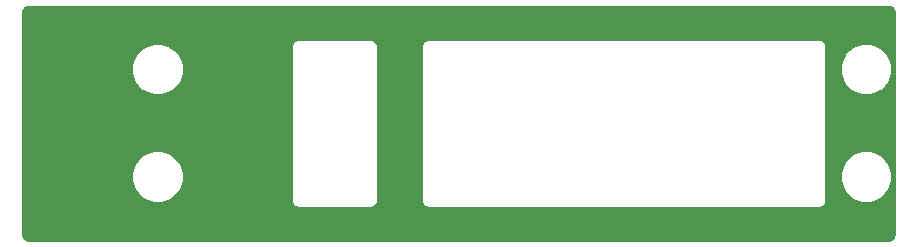
<source format=gbl>
G04 #@! TF.GenerationSoftware,KiCad,Pcbnew,(5.1.2)-1*
G04 #@! TF.CreationDate,2021-02-27T11:55:12+09:00*
G04 #@! TF.ProjectId,es_front,65735f66-726f-46e7-942e-6b696361645f,v1.2*
G04 #@! TF.SameCoordinates,Original*
G04 #@! TF.FileFunction,Copper,L2,Bot*
G04 #@! TF.FilePolarity,Positive*
%FSLAX46Y46*%
G04 Gerber Fmt 4.6, Leading zero omitted, Abs format (unit mm)*
G04 Created by KiCad (PCBNEW (5.1.2)-1) date 2021-02-27 11:55:12*
%MOMM*%
%LPD*%
G04 APERTURE LIST*
%ADD10C,0.254000*%
G04 APERTURE END LIST*
D10*
G36*
X209065424Y-76669580D02*
G01*
X209128356Y-76688580D01*
X209186405Y-76719445D01*
X209237343Y-76760989D01*
X209279248Y-76811644D01*
X209310515Y-76869471D01*
X209329956Y-76932272D01*
X209340000Y-77027835D01*
X209340001Y-95967711D01*
X209330420Y-96065424D01*
X209311420Y-96128357D01*
X209280554Y-96186406D01*
X209239011Y-96237343D01*
X209188356Y-96279248D01*
X209130529Y-96310515D01*
X209067728Y-96329956D01*
X208972165Y-96340000D01*
X136032279Y-96340000D01*
X135934576Y-96330420D01*
X135871643Y-96311420D01*
X135813594Y-96280554D01*
X135762657Y-96239011D01*
X135720752Y-96188356D01*
X135689485Y-96130529D01*
X135670044Y-96067728D01*
X135660000Y-95972165D01*
X135660000Y-90779872D01*
X144765000Y-90779872D01*
X144765000Y-91220128D01*
X144850890Y-91651925D01*
X145019369Y-92058669D01*
X145263962Y-92424729D01*
X145575271Y-92736038D01*
X145941331Y-92980631D01*
X146348075Y-93149110D01*
X146779872Y-93235000D01*
X147220128Y-93235000D01*
X147651925Y-93149110D01*
X148058669Y-92980631D01*
X148424729Y-92736038D01*
X148736038Y-92424729D01*
X148980631Y-92058669D01*
X149149110Y-91651925D01*
X149235000Y-91220128D01*
X149235000Y-90779872D01*
X149149110Y-90348075D01*
X148980631Y-89941331D01*
X148736038Y-89575271D01*
X148424729Y-89263962D01*
X148058669Y-89019369D01*
X147651925Y-88850890D01*
X147220128Y-88765000D01*
X146779872Y-88765000D01*
X146348075Y-88850890D01*
X145941331Y-89019369D01*
X145575271Y-89263962D01*
X145263962Y-89575271D01*
X145019369Y-89941331D01*
X144850890Y-90348075D01*
X144765000Y-90779872D01*
X135660000Y-90779872D01*
X135660000Y-81679872D01*
X144765000Y-81679872D01*
X144765000Y-82120128D01*
X144850890Y-82551925D01*
X145019369Y-82958669D01*
X145263962Y-83324729D01*
X145575271Y-83636038D01*
X145941331Y-83880631D01*
X146348075Y-84049110D01*
X146779872Y-84135000D01*
X147220128Y-84135000D01*
X147651925Y-84049110D01*
X148058669Y-83880631D01*
X148424729Y-83636038D01*
X148736038Y-83324729D01*
X148980631Y-82958669D01*
X149149110Y-82551925D01*
X149235000Y-82120128D01*
X149235000Y-81679872D01*
X149149110Y-81248075D01*
X148980631Y-80841331D01*
X148736038Y-80475271D01*
X148424729Y-80163962D01*
X148179343Y-80000000D01*
X158336807Y-80000000D01*
X158340000Y-80032419D01*
X158340001Y-92967571D01*
X158336807Y-93000000D01*
X158349550Y-93129383D01*
X158387290Y-93253793D01*
X158448575Y-93368450D01*
X158531052Y-93468948D01*
X158631550Y-93551425D01*
X158746207Y-93612710D01*
X158870617Y-93650450D01*
X158967581Y-93660000D01*
X159000000Y-93663193D01*
X159032419Y-93660000D01*
X164967581Y-93660000D01*
X165000000Y-93663193D01*
X165032419Y-93660000D01*
X165129383Y-93650450D01*
X165253793Y-93612710D01*
X165368450Y-93551425D01*
X165468948Y-93468948D01*
X165551425Y-93368450D01*
X165612710Y-93253793D01*
X165650450Y-93129383D01*
X165663193Y-93000000D01*
X165660000Y-92967581D01*
X165660000Y-80032419D01*
X165663193Y-80000000D01*
X169336807Y-80000000D01*
X169340001Y-80032429D01*
X169340000Y-92967581D01*
X169336807Y-93000000D01*
X169349550Y-93129383D01*
X169387290Y-93253793D01*
X169448575Y-93368450D01*
X169531052Y-93468948D01*
X169631550Y-93551425D01*
X169746207Y-93612710D01*
X169870617Y-93650450D01*
X170000000Y-93663193D01*
X170032419Y-93660000D01*
X202967581Y-93660000D01*
X203000000Y-93663193D01*
X203032419Y-93660000D01*
X203129383Y-93650450D01*
X203253793Y-93612710D01*
X203368450Y-93551425D01*
X203468948Y-93468948D01*
X203551425Y-93368450D01*
X203612710Y-93253793D01*
X203650450Y-93129383D01*
X203663193Y-93000000D01*
X203660000Y-92967581D01*
X203660000Y-90779872D01*
X204765000Y-90779872D01*
X204765000Y-91220128D01*
X204850890Y-91651925D01*
X205019369Y-92058669D01*
X205263962Y-92424729D01*
X205575271Y-92736038D01*
X205941331Y-92980631D01*
X206348075Y-93149110D01*
X206779872Y-93235000D01*
X207220128Y-93235000D01*
X207651925Y-93149110D01*
X208058669Y-92980631D01*
X208424729Y-92736038D01*
X208736038Y-92424729D01*
X208980631Y-92058669D01*
X209149110Y-91651925D01*
X209235000Y-91220128D01*
X209235000Y-90779872D01*
X209149110Y-90348075D01*
X208980631Y-89941331D01*
X208736038Y-89575271D01*
X208424729Y-89263962D01*
X208058669Y-89019369D01*
X207651925Y-88850890D01*
X207220128Y-88765000D01*
X206779872Y-88765000D01*
X206348075Y-88850890D01*
X205941331Y-89019369D01*
X205575271Y-89263962D01*
X205263962Y-89575271D01*
X205019369Y-89941331D01*
X204850890Y-90348075D01*
X204765000Y-90779872D01*
X203660000Y-90779872D01*
X203660000Y-81679872D01*
X204765000Y-81679872D01*
X204765000Y-82120128D01*
X204850890Y-82551925D01*
X205019369Y-82958669D01*
X205263962Y-83324729D01*
X205575271Y-83636038D01*
X205941331Y-83880631D01*
X206348075Y-84049110D01*
X206779872Y-84135000D01*
X207220128Y-84135000D01*
X207651925Y-84049110D01*
X208058669Y-83880631D01*
X208424729Y-83636038D01*
X208736038Y-83324729D01*
X208980631Y-82958669D01*
X209149110Y-82551925D01*
X209235000Y-82120128D01*
X209235000Y-81679872D01*
X209149110Y-81248075D01*
X208980631Y-80841331D01*
X208736038Y-80475271D01*
X208424729Y-80163962D01*
X208058669Y-79919369D01*
X207651925Y-79750890D01*
X207220128Y-79665000D01*
X206779872Y-79665000D01*
X206348075Y-79750890D01*
X205941331Y-79919369D01*
X205575271Y-80163962D01*
X205263962Y-80475271D01*
X205019369Y-80841331D01*
X204850890Y-81248075D01*
X204765000Y-81679872D01*
X203660000Y-81679872D01*
X203660000Y-80032419D01*
X203663193Y-80000000D01*
X203650450Y-79870617D01*
X203612710Y-79746207D01*
X203551425Y-79631550D01*
X203468948Y-79531052D01*
X203368450Y-79448575D01*
X203253793Y-79387290D01*
X203129383Y-79349550D01*
X203032419Y-79340000D01*
X203000000Y-79336807D01*
X202967581Y-79340000D01*
X170032419Y-79340000D01*
X170000000Y-79336807D01*
X169967581Y-79340000D01*
X169870617Y-79349550D01*
X169746207Y-79387290D01*
X169631550Y-79448575D01*
X169531052Y-79531052D01*
X169448575Y-79631550D01*
X169387290Y-79746207D01*
X169349550Y-79870617D01*
X169336807Y-80000000D01*
X165663193Y-80000000D01*
X165650450Y-79870617D01*
X165612710Y-79746207D01*
X165551425Y-79631550D01*
X165468948Y-79531052D01*
X165368450Y-79448575D01*
X165253793Y-79387290D01*
X165129383Y-79349550D01*
X165032419Y-79340000D01*
X165000000Y-79336807D01*
X164967581Y-79340000D01*
X159032419Y-79340000D01*
X159000000Y-79336807D01*
X158967581Y-79340000D01*
X158870617Y-79349550D01*
X158746207Y-79387290D01*
X158631550Y-79448575D01*
X158531052Y-79531052D01*
X158448575Y-79631550D01*
X158387290Y-79746207D01*
X158349550Y-79870617D01*
X158336807Y-80000000D01*
X148179343Y-80000000D01*
X148058669Y-79919369D01*
X147651925Y-79750890D01*
X147220128Y-79665000D01*
X146779872Y-79665000D01*
X146348075Y-79750890D01*
X145941331Y-79919369D01*
X145575271Y-80163962D01*
X145263962Y-80475271D01*
X145019369Y-80841331D01*
X144850890Y-81248075D01*
X144765000Y-81679872D01*
X135660000Y-81679872D01*
X135660000Y-77032279D01*
X135669580Y-76934576D01*
X135688580Y-76871644D01*
X135719445Y-76813595D01*
X135760989Y-76762657D01*
X135811644Y-76720752D01*
X135869471Y-76689485D01*
X135932272Y-76670044D01*
X136027835Y-76660000D01*
X208967721Y-76660000D01*
X209065424Y-76669580D01*
X209065424Y-76669580D01*
G37*
X209065424Y-76669580D02*
X209128356Y-76688580D01*
X209186405Y-76719445D01*
X209237343Y-76760989D01*
X209279248Y-76811644D01*
X209310515Y-76869471D01*
X209329956Y-76932272D01*
X209340000Y-77027835D01*
X209340001Y-95967711D01*
X209330420Y-96065424D01*
X209311420Y-96128357D01*
X209280554Y-96186406D01*
X209239011Y-96237343D01*
X209188356Y-96279248D01*
X209130529Y-96310515D01*
X209067728Y-96329956D01*
X208972165Y-96340000D01*
X136032279Y-96340000D01*
X135934576Y-96330420D01*
X135871643Y-96311420D01*
X135813594Y-96280554D01*
X135762657Y-96239011D01*
X135720752Y-96188356D01*
X135689485Y-96130529D01*
X135670044Y-96067728D01*
X135660000Y-95972165D01*
X135660000Y-90779872D01*
X144765000Y-90779872D01*
X144765000Y-91220128D01*
X144850890Y-91651925D01*
X145019369Y-92058669D01*
X145263962Y-92424729D01*
X145575271Y-92736038D01*
X145941331Y-92980631D01*
X146348075Y-93149110D01*
X146779872Y-93235000D01*
X147220128Y-93235000D01*
X147651925Y-93149110D01*
X148058669Y-92980631D01*
X148424729Y-92736038D01*
X148736038Y-92424729D01*
X148980631Y-92058669D01*
X149149110Y-91651925D01*
X149235000Y-91220128D01*
X149235000Y-90779872D01*
X149149110Y-90348075D01*
X148980631Y-89941331D01*
X148736038Y-89575271D01*
X148424729Y-89263962D01*
X148058669Y-89019369D01*
X147651925Y-88850890D01*
X147220128Y-88765000D01*
X146779872Y-88765000D01*
X146348075Y-88850890D01*
X145941331Y-89019369D01*
X145575271Y-89263962D01*
X145263962Y-89575271D01*
X145019369Y-89941331D01*
X144850890Y-90348075D01*
X144765000Y-90779872D01*
X135660000Y-90779872D01*
X135660000Y-81679872D01*
X144765000Y-81679872D01*
X144765000Y-82120128D01*
X144850890Y-82551925D01*
X145019369Y-82958669D01*
X145263962Y-83324729D01*
X145575271Y-83636038D01*
X145941331Y-83880631D01*
X146348075Y-84049110D01*
X146779872Y-84135000D01*
X147220128Y-84135000D01*
X147651925Y-84049110D01*
X148058669Y-83880631D01*
X148424729Y-83636038D01*
X148736038Y-83324729D01*
X148980631Y-82958669D01*
X149149110Y-82551925D01*
X149235000Y-82120128D01*
X149235000Y-81679872D01*
X149149110Y-81248075D01*
X148980631Y-80841331D01*
X148736038Y-80475271D01*
X148424729Y-80163962D01*
X148179343Y-80000000D01*
X158336807Y-80000000D01*
X158340000Y-80032419D01*
X158340001Y-92967571D01*
X158336807Y-93000000D01*
X158349550Y-93129383D01*
X158387290Y-93253793D01*
X158448575Y-93368450D01*
X158531052Y-93468948D01*
X158631550Y-93551425D01*
X158746207Y-93612710D01*
X158870617Y-93650450D01*
X158967581Y-93660000D01*
X159000000Y-93663193D01*
X159032419Y-93660000D01*
X164967581Y-93660000D01*
X165000000Y-93663193D01*
X165032419Y-93660000D01*
X165129383Y-93650450D01*
X165253793Y-93612710D01*
X165368450Y-93551425D01*
X165468948Y-93468948D01*
X165551425Y-93368450D01*
X165612710Y-93253793D01*
X165650450Y-93129383D01*
X165663193Y-93000000D01*
X165660000Y-92967581D01*
X165660000Y-80032419D01*
X165663193Y-80000000D01*
X169336807Y-80000000D01*
X169340001Y-80032429D01*
X169340000Y-92967581D01*
X169336807Y-93000000D01*
X169349550Y-93129383D01*
X169387290Y-93253793D01*
X169448575Y-93368450D01*
X169531052Y-93468948D01*
X169631550Y-93551425D01*
X169746207Y-93612710D01*
X169870617Y-93650450D01*
X170000000Y-93663193D01*
X170032419Y-93660000D01*
X202967581Y-93660000D01*
X203000000Y-93663193D01*
X203032419Y-93660000D01*
X203129383Y-93650450D01*
X203253793Y-93612710D01*
X203368450Y-93551425D01*
X203468948Y-93468948D01*
X203551425Y-93368450D01*
X203612710Y-93253793D01*
X203650450Y-93129383D01*
X203663193Y-93000000D01*
X203660000Y-92967581D01*
X203660000Y-90779872D01*
X204765000Y-90779872D01*
X204765000Y-91220128D01*
X204850890Y-91651925D01*
X205019369Y-92058669D01*
X205263962Y-92424729D01*
X205575271Y-92736038D01*
X205941331Y-92980631D01*
X206348075Y-93149110D01*
X206779872Y-93235000D01*
X207220128Y-93235000D01*
X207651925Y-93149110D01*
X208058669Y-92980631D01*
X208424729Y-92736038D01*
X208736038Y-92424729D01*
X208980631Y-92058669D01*
X209149110Y-91651925D01*
X209235000Y-91220128D01*
X209235000Y-90779872D01*
X209149110Y-90348075D01*
X208980631Y-89941331D01*
X208736038Y-89575271D01*
X208424729Y-89263962D01*
X208058669Y-89019369D01*
X207651925Y-88850890D01*
X207220128Y-88765000D01*
X206779872Y-88765000D01*
X206348075Y-88850890D01*
X205941331Y-89019369D01*
X205575271Y-89263962D01*
X205263962Y-89575271D01*
X205019369Y-89941331D01*
X204850890Y-90348075D01*
X204765000Y-90779872D01*
X203660000Y-90779872D01*
X203660000Y-81679872D01*
X204765000Y-81679872D01*
X204765000Y-82120128D01*
X204850890Y-82551925D01*
X205019369Y-82958669D01*
X205263962Y-83324729D01*
X205575271Y-83636038D01*
X205941331Y-83880631D01*
X206348075Y-84049110D01*
X206779872Y-84135000D01*
X207220128Y-84135000D01*
X207651925Y-84049110D01*
X208058669Y-83880631D01*
X208424729Y-83636038D01*
X208736038Y-83324729D01*
X208980631Y-82958669D01*
X209149110Y-82551925D01*
X209235000Y-82120128D01*
X209235000Y-81679872D01*
X209149110Y-81248075D01*
X208980631Y-80841331D01*
X208736038Y-80475271D01*
X208424729Y-80163962D01*
X208058669Y-79919369D01*
X207651925Y-79750890D01*
X207220128Y-79665000D01*
X206779872Y-79665000D01*
X206348075Y-79750890D01*
X205941331Y-79919369D01*
X205575271Y-80163962D01*
X205263962Y-80475271D01*
X205019369Y-80841331D01*
X204850890Y-81248075D01*
X204765000Y-81679872D01*
X203660000Y-81679872D01*
X203660000Y-80032419D01*
X203663193Y-80000000D01*
X203650450Y-79870617D01*
X203612710Y-79746207D01*
X203551425Y-79631550D01*
X203468948Y-79531052D01*
X203368450Y-79448575D01*
X203253793Y-79387290D01*
X203129383Y-79349550D01*
X203032419Y-79340000D01*
X203000000Y-79336807D01*
X202967581Y-79340000D01*
X170032419Y-79340000D01*
X170000000Y-79336807D01*
X169967581Y-79340000D01*
X169870617Y-79349550D01*
X169746207Y-79387290D01*
X169631550Y-79448575D01*
X169531052Y-79531052D01*
X169448575Y-79631550D01*
X169387290Y-79746207D01*
X169349550Y-79870617D01*
X169336807Y-80000000D01*
X165663193Y-80000000D01*
X165650450Y-79870617D01*
X165612710Y-79746207D01*
X165551425Y-79631550D01*
X165468948Y-79531052D01*
X165368450Y-79448575D01*
X165253793Y-79387290D01*
X165129383Y-79349550D01*
X165032419Y-79340000D01*
X165000000Y-79336807D01*
X164967581Y-79340000D01*
X159032419Y-79340000D01*
X159000000Y-79336807D01*
X158967581Y-79340000D01*
X158870617Y-79349550D01*
X158746207Y-79387290D01*
X158631550Y-79448575D01*
X158531052Y-79531052D01*
X158448575Y-79631550D01*
X158387290Y-79746207D01*
X158349550Y-79870617D01*
X158336807Y-80000000D01*
X148179343Y-80000000D01*
X148058669Y-79919369D01*
X147651925Y-79750890D01*
X147220128Y-79665000D01*
X146779872Y-79665000D01*
X146348075Y-79750890D01*
X145941331Y-79919369D01*
X145575271Y-80163962D01*
X145263962Y-80475271D01*
X145019369Y-80841331D01*
X144850890Y-81248075D01*
X144765000Y-81679872D01*
X135660000Y-81679872D01*
X135660000Y-77032279D01*
X135669580Y-76934576D01*
X135688580Y-76871644D01*
X135719445Y-76813595D01*
X135760989Y-76762657D01*
X135811644Y-76720752D01*
X135869471Y-76689485D01*
X135932272Y-76670044D01*
X136027835Y-76660000D01*
X208967721Y-76660000D01*
X209065424Y-76669580D01*
M02*

</source>
